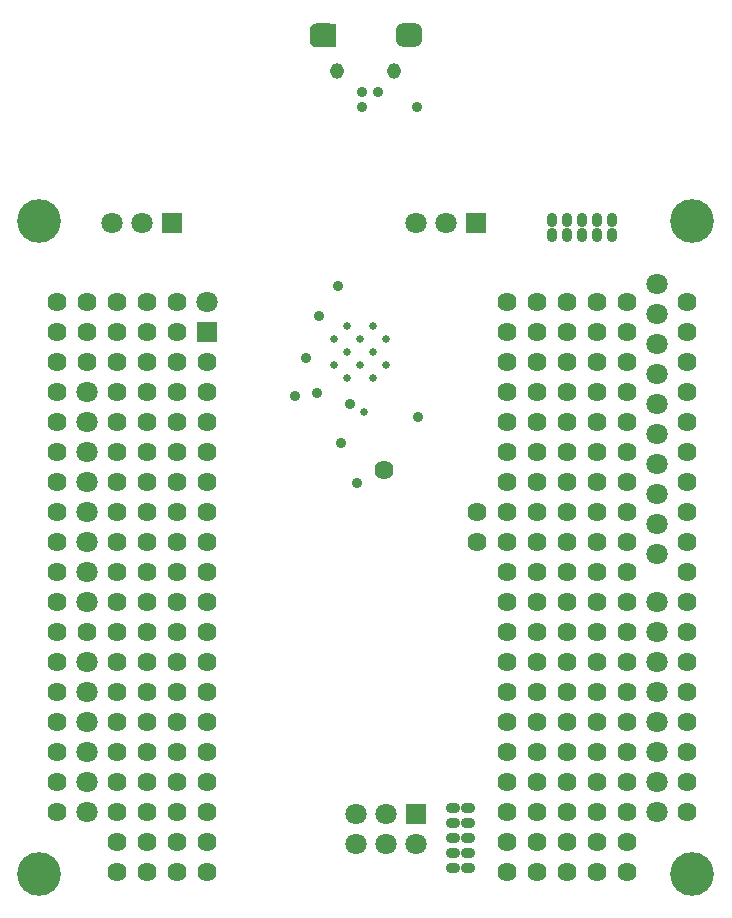
<source format=gbs>
%FSLAX43Y43*%
%MOMM*%
G71*
G01*
G75*
G04 Layer_Color=16711935*
%ADD10C,0.175*%
%ADD11C,0.300*%
%ADD12C,0.175*%
%ADD13C,0.300*%
%ADD14C,0.180*%
%ADD15C,0.220*%
%ADD16C,0.200*%
%ADD17R,1.000X0.950*%
%ADD18C,0.400*%
%ADD19R,0.400X1.350*%
%ADD20R,1.000X2.250*%
%ADD21R,1.150X1.400*%
%ADD22R,0.300X0.850*%
%ADD23R,0.850X0.300*%
%ADD24R,5.200X5.200*%
%ADD25R,2.600X2.600*%
%ADD26R,0.230X0.480*%
%ADD27R,0.480X0.230*%
%ADD28R,1.050X0.650*%
%ADD29R,1.300X0.600*%
%ADD30R,1.200X1.200*%
%ADD31R,1.200X1.350*%
%ADD32R,0.800X0.650*%
%ADD33R,0.500X0.600*%
%ADD34R,0.950X1.000*%
%ADD35R,0.600X0.900*%
%ADD36R,0.900X0.600*%
%ADD37R,0.650X0.800*%
%ADD38C,0.150*%
%ADD39C,0.500*%
%ADD40R,0.900X0.300*%
%ADD41R,1.800X1.900*%
G04:AMPARAMS|DCode=42|XSize=1.05mm|YSize=1.25mm|CornerRadius=0.525mm|HoleSize=0mm|Usage=FLASHONLY|Rotation=180.000|XOffset=0mm|YOffset=0mm|HoleType=Round|Shape=RoundedRectangle|*
%AMROUNDEDRECTD42*
21,1,1.050,0.200,0,0,180.0*
21,1,0.000,1.250,0,0,180.0*
1,1,1.050,0.000,0.100*
1,1,1.050,0.000,0.100*
1,1,1.050,0.000,-0.100*
1,1,1.050,0.000,-0.100*
%
%ADD42ROUNDEDRECTD42*%
G04:AMPARAMS|DCode=43|XSize=2.1mm|YSize=1.9mm|CornerRadius=0.494mm|HoleSize=0mm|Usage=FLASHONLY|Rotation=180.000|XOffset=0mm|YOffset=0mm|HoleType=Round|Shape=RoundedRectangle|*
%AMROUNDEDRECTD43*
21,1,2.100,0.912,0,0,180.0*
21,1,1.112,1.900,0,0,180.0*
1,1,0.988,-0.556,0.456*
1,1,0.988,0.556,0.456*
1,1,0.988,0.556,-0.456*
1,1,0.988,-0.556,-0.456*
%
%ADD43ROUNDEDRECTD43*%
%ADD44R,1.700X1.700*%
%ADD45C,1.700*%
%ADD46R,1.700X1.700*%
%ADD47O,0.800X1.100*%
%ADD48O,1.100X0.800*%
%ADD49C,1.524*%
%ADD50C,3.600*%
%ADD51C,0.550*%
%ADD52C,0.800*%
%ADD53C,1.016*%
%ADD54C,0.100*%
%ADD55R,12.000X12.000*%
%ADD56O,1.250X1.450*%
%ADD57O,1.425X2.100*%
%ADD58C,1.600*%
%ADD59C,1.250*%
G04:AMPARAMS|DCode=60|XSize=2.174mm|YSize=2.174mm|CornerRadius=0mm|HoleSize=0mm|Usage=FLASHONLY|Rotation=0.000|XOffset=0mm|YOffset=0mm|HoleType=Round|Shape=Relief|Width=0.254mm|Gap=0.254mm|Entries=4|*
%AMTHD60*
7,0,0,2.174,1.666,0.254,45*
%
%ADD60THD60*%
G04:AMPARAMS|DCode=61|XSize=2.524mm|YSize=2.524mm|CornerRadius=0mm|HoleSize=0mm|Usage=FLASHONLY|Rotation=0.000|XOffset=0mm|YOffset=0mm|HoleType=Round|Shape=Relief|Width=0.254mm|Gap=0.254mm|Entries=4|*
%AMTHD61*
7,0,0,2.524,2.016,0.254,45*
%
%ADD61THD61*%
%ADD62C,3.300*%
%ADD63C,0.850*%
%ADD64C,1.000*%
%ADD65C,0.254*%
%ADD66C,0.250*%
%ADD67C,1.420*%
%ADD68C,0.100*%
%ADD69C,0.050*%
%ADD70C,0.400*%
%ADD71R,3.248X0.599*%
%ADD72R,2.100X2.100*%
%ADD73O,0.750X1.100*%
%ADD74C,0.600*%
%ADD75O,1.100X0.750*%
%ADD76R,1.300X1.400*%
%ADD77R,0.900X0.510*%
%ADD78R,1.100X1.050*%
%ADD79R,0.500X1.450*%
%ADD80R,1.100X2.350*%
%ADD81R,1.250X1.500*%
%ADD82R,0.400X0.950*%
%ADD83R,0.950X0.400*%
%ADD84R,5.300X5.300*%
%ADD85R,2.700X2.700*%
%ADD86R,0.330X0.580*%
%ADD87R,0.580X0.330*%
%ADD88R,1.150X0.750*%
%ADD89R,1.400X0.700*%
%ADD90R,1.300X1.300*%
%ADD91R,1.300X1.450*%
%ADD92R,0.900X0.750*%
%ADD93R,0.600X0.700*%
%ADD94R,1.050X1.100*%
%ADD95R,0.700X1.000*%
%ADD96R,1.000X0.700*%
%ADD97R,0.750X0.900*%
%ADD98R,1.900X2.000*%
G04:AMPARAMS|DCode=99|XSize=1.15mm|YSize=1.35mm|CornerRadius=0.575mm|HoleSize=0mm|Usage=FLASHONLY|Rotation=180.000|XOffset=0mm|YOffset=0mm|HoleType=Round|Shape=RoundedRectangle|*
%AMROUNDEDRECTD99*
21,1,1.150,0.200,0,0,180.0*
21,1,0.000,1.350,0,0,180.0*
1,1,1.150,0.000,0.100*
1,1,1.150,0.000,0.100*
1,1,1.150,0.000,-0.100*
1,1,1.150,0.000,-0.100*
%
%ADD99ROUNDEDRECTD99*%
G04:AMPARAMS|DCode=100|XSize=2.2mm|YSize=2mm|CornerRadius=0.544mm|HoleSize=0mm|Usage=FLASHONLY|Rotation=180.000|XOffset=0mm|YOffset=0mm|HoleType=Round|Shape=RoundedRectangle|*
%AMROUNDEDRECTD100*
21,1,2.200,0.912,0,0,180.0*
21,1,1.112,2.000,0,0,180.0*
1,1,1.088,-0.556,0.456*
1,1,1.088,0.556,0.456*
1,1,1.088,0.556,-0.456*
1,1,1.088,-0.556,-0.456*
%
%ADD100ROUNDEDRECTD100*%
%ADD101R,1.800X1.800*%
%ADD102C,1.800*%
%ADD103R,1.800X1.800*%
%ADD104O,0.900X1.200*%
%ADD105O,1.200X0.900*%
%ADD106C,1.624*%
%ADD107C,3.700*%
%ADD108C,0.650*%
%ADD109C,0.900*%
G36*
X27410Y74383D02*
X27419Y74380D01*
X27428Y74375D01*
X27436Y74369D01*
X27442Y74362D01*
X27446Y74353D01*
X27449Y74343D01*
X27450Y74334D01*
Y72434D01*
X27449Y72424D01*
X27446Y72414D01*
X27442Y72406D01*
X27436Y72398D01*
X27428Y72392D01*
X27419Y72387D01*
X27410Y72384D01*
X27400Y72383D01*
X25800D01*
X25798Y72384D01*
X25796Y72384D01*
X25748Y72388D01*
X25747Y72388D01*
X25745Y72388D01*
X25692Y72395D01*
X25689Y72396D01*
X25685Y72396D01*
X25632Y72411D01*
X25630Y72412D01*
X25628Y72413D01*
X25585Y72429D01*
X25583Y72430D01*
X25581Y72430D01*
X25539Y72450D01*
X25537Y72452D01*
X25534Y72453D01*
X25490Y72481D01*
X25488Y72483D01*
X25487Y72484D01*
X25449Y72513D01*
X25447Y72514D01*
X25446Y72515D01*
X25407Y72549D01*
X25404Y72552D01*
X25401Y72555D01*
X25372Y72591D01*
X25371Y72592D01*
X25371Y72592D01*
X25343Y72629D01*
X25341Y72632D01*
X25340Y72634D01*
X25316Y72675D01*
X25315Y72677D01*
X25314Y72679D01*
X25294Y72721D01*
X25293Y72723D01*
X25292Y72725D01*
X25276Y72767D01*
X25275Y72770D01*
X25274Y72773D01*
X25262Y72824D01*
X25262Y72826D01*
X25261Y72828D01*
X25254Y72873D01*
X25254Y72875D01*
X25254Y72877D01*
X25250Y72930D01*
X25250Y72932D01*
X25250Y72934D01*
Y73834D01*
X25250Y73835D01*
X25250Y73837D01*
X25254Y73892D01*
X25254Y73895D01*
X25255Y73897D01*
X25263Y73942D01*
X25263Y73944D01*
X25263Y73945D01*
X25275Y73995D01*
X25276Y73999D01*
X25277Y74002D01*
X25293Y74042D01*
X25306Y74075D01*
X25308Y74078D01*
X25310Y74082D01*
X25335Y74125D01*
X25336Y74127D01*
X25337Y74129D01*
X25363Y74166D01*
X25364Y74167D01*
X25365Y74168D01*
X25396Y74206D01*
X25399Y74209D01*
X25401Y74212D01*
X25446Y74253D01*
X25448Y74254D01*
X25450Y74256D01*
X25490Y74286D01*
X25492Y74287D01*
X25493Y74288D01*
X25539Y74317D01*
X25542Y74319D01*
X25545Y74320D01*
X25598Y74344D01*
X25601Y74345D01*
X25605Y74347D01*
X25692Y74373D01*
X25697Y74374D01*
X25701Y74375D01*
X25701Y74375D01*
X25701Y74375D01*
X25701D01*
X25795Y74384D01*
X25798Y74384D01*
X25800Y74384D01*
X27400D01*
X27410Y74383D01*
D02*
G37*
D99*
X27575Y70384D02*
D03*
X32425D02*
D03*
D100*
X33650Y73384D02*
D03*
X26350D02*
D03*
D101*
X16510Y48269D02*
D03*
D102*
X6350Y20329D02*
D03*
Y17789D02*
D03*
Y12709D02*
D03*
Y15249D02*
D03*
Y7629D02*
D03*
Y10169D02*
D03*
X54610Y7629D02*
D03*
Y10169D02*
D03*
Y15249D02*
D03*
Y12709D02*
D03*
Y22869D02*
D03*
Y25409D02*
D03*
Y20329D02*
D03*
Y17789D02*
D03*
Y39633D02*
D03*
Y42173D02*
D03*
Y47253D02*
D03*
Y44713D02*
D03*
Y34553D02*
D03*
Y37093D02*
D03*
Y32013D02*
D03*
Y29473D02*
D03*
Y49793D02*
D03*
Y52333D02*
D03*
X8510Y57509D02*
D03*
X11050D02*
D03*
X16510Y50809D02*
D03*
X34240Y4949D02*
D03*
X31700D02*
D03*
X29160D02*
D03*
X31700Y7489D02*
D03*
X29160D02*
D03*
X6350Y43189D02*
D03*
Y40649D02*
D03*
Y35569D02*
D03*
Y38109D02*
D03*
Y27949D02*
D03*
Y25409D02*
D03*
Y30489D02*
D03*
Y33029D02*
D03*
X34235Y57509D02*
D03*
X36775D02*
D03*
D103*
X13590Y57509D02*
D03*
X34240Y7489D02*
D03*
X39315Y57509D02*
D03*
D104*
X50800Y56524D02*
D03*
Y57794D02*
D03*
X45720D02*
D03*
X46990D02*
D03*
X48260D02*
D03*
X49530D02*
D03*
Y56524D02*
D03*
X48260D02*
D03*
X46990D02*
D03*
X45720D02*
D03*
D105*
X37365Y7999D02*
D03*
Y6729D02*
D03*
Y5459D02*
D03*
Y4189D02*
D03*
X38635D02*
D03*
Y5459D02*
D03*
Y6729D02*
D03*
Y7999D02*
D03*
Y2919D02*
D03*
X37365D02*
D03*
D106*
X31500Y36559D02*
D03*
X39370Y30489D02*
D03*
Y33029D02*
D03*
X16510Y2549D02*
D03*
Y5089D02*
D03*
X13970Y2549D02*
D03*
Y5089D02*
D03*
X8890Y2549D02*
D03*
X11430Y5089D02*
D03*
Y2549D02*
D03*
X8890Y5089D02*
D03*
X44450D02*
D03*
X46990D02*
D03*
X49530D02*
D03*
X52070D02*
D03*
Y2549D02*
D03*
X49530D02*
D03*
X46990D02*
D03*
X44450D02*
D03*
X41910D02*
D03*
Y5089D02*
D03*
Y50809D02*
D03*
Y40649D02*
D03*
Y43189D02*
D03*
Y45729D02*
D03*
Y48269D02*
D03*
Y30489D02*
D03*
Y33029D02*
D03*
Y35569D02*
D03*
Y38109D02*
D03*
Y20329D02*
D03*
Y22869D02*
D03*
Y25409D02*
D03*
Y27949D02*
D03*
Y17789D02*
D03*
Y15249D02*
D03*
Y12709D02*
D03*
Y10169D02*
D03*
Y7629D02*
D03*
X44450D02*
D03*
X46990D02*
D03*
X49530D02*
D03*
X52070D02*
D03*
Y10169D02*
D03*
X49530D02*
D03*
X46990D02*
D03*
X44450D02*
D03*
X52070Y12709D02*
D03*
X49530D02*
D03*
X46990D02*
D03*
X44450D02*
D03*
X52070Y15249D02*
D03*
X49530D02*
D03*
X46990D02*
D03*
X44450D02*
D03*
X52070Y17789D02*
D03*
X49530D02*
D03*
X46990D02*
D03*
X44450D02*
D03*
Y27949D02*
D03*
X46990D02*
D03*
X49530D02*
D03*
X52070D02*
D03*
X44450Y25409D02*
D03*
X46990D02*
D03*
X49530D02*
D03*
X52070D02*
D03*
X44450Y22869D02*
D03*
X46990D02*
D03*
X49530D02*
D03*
X52070D02*
D03*
X44450Y20329D02*
D03*
X46990D02*
D03*
X49530D02*
D03*
X52070D02*
D03*
X44450Y38109D02*
D03*
X46990D02*
D03*
X49530D02*
D03*
X52070D02*
D03*
X44450Y35569D02*
D03*
X46990D02*
D03*
X49530D02*
D03*
X52070D02*
D03*
X44450Y33029D02*
D03*
X46990D02*
D03*
X49530D02*
D03*
X52070D02*
D03*
X44450Y30489D02*
D03*
X46990D02*
D03*
X49530D02*
D03*
X52070D02*
D03*
X44450Y48269D02*
D03*
X46990D02*
D03*
X49530D02*
D03*
X52070D02*
D03*
X44450Y45729D02*
D03*
X46990D02*
D03*
X49530D02*
D03*
X52070D02*
D03*
X44450Y43189D02*
D03*
X46990D02*
D03*
X49530D02*
D03*
X52070D02*
D03*
X44450Y40649D02*
D03*
X46990D02*
D03*
X49530D02*
D03*
X52070D02*
D03*
Y50809D02*
D03*
X49530D02*
D03*
X46990D02*
D03*
X44450D02*
D03*
X3810Y7629D02*
D03*
Y10169D02*
D03*
Y12709D02*
D03*
Y15249D02*
D03*
Y17789D02*
D03*
Y27949D02*
D03*
Y25409D02*
D03*
Y22869D02*
D03*
Y20329D02*
D03*
Y38109D02*
D03*
Y35569D02*
D03*
Y33029D02*
D03*
Y30489D02*
D03*
Y48269D02*
D03*
Y45729D02*
D03*
Y43189D02*
D03*
Y40649D02*
D03*
Y50809D02*
D03*
X6350D02*
D03*
Y48269D02*
D03*
X8890Y10169D02*
D03*
Y15249D02*
D03*
Y17789D02*
D03*
Y27949D02*
D03*
Y25409D02*
D03*
Y22869D02*
D03*
Y20329D02*
D03*
Y38109D02*
D03*
Y35569D02*
D03*
Y33029D02*
D03*
Y30489D02*
D03*
Y48269D02*
D03*
Y45729D02*
D03*
Y43189D02*
D03*
Y40649D02*
D03*
Y50809D02*
D03*
X11430Y7629D02*
D03*
Y10169D02*
D03*
Y12709D02*
D03*
Y15249D02*
D03*
Y17789D02*
D03*
Y27949D02*
D03*
Y25409D02*
D03*
Y22869D02*
D03*
Y20329D02*
D03*
Y38109D02*
D03*
Y35569D02*
D03*
Y33029D02*
D03*
Y30489D02*
D03*
Y48269D02*
D03*
Y45729D02*
D03*
Y43189D02*
D03*
Y40649D02*
D03*
Y50809D02*
D03*
X57150Y7629D02*
D03*
Y10169D02*
D03*
Y12709D02*
D03*
Y15249D02*
D03*
Y17789D02*
D03*
Y27949D02*
D03*
Y25409D02*
D03*
Y22869D02*
D03*
Y20329D02*
D03*
Y38109D02*
D03*
Y35569D02*
D03*
Y33029D02*
D03*
Y30489D02*
D03*
Y48269D02*
D03*
Y45729D02*
D03*
Y43189D02*
D03*
Y40649D02*
D03*
Y50809D02*
D03*
X8890Y7629D02*
D03*
Y12709D02*
D03*
X6350Y45729D02*
D03*
Y22869D02*
D03*
X13970Y50809D02*
D03*
Y40649D02*
D03*
Y43189D02*
D03*
Y45729D02*
D03*
Y48269D02*
D03*
Y30489D02*
D03*
Y33029D02*
D03*
Y35569D02*
D03*
Y38109D02*
D03*
Y20329D02*
D03*
Y22869D02*
D03*
Y25409D02*
D03*
Y27949D02*
D03*
Y17789D02*
D03*
Y15249D02*
D03*
Y12709D02*
D03*
Y10169D02*
D03*
Y7629D02*
D03*
X16510Y45729D02*
D03*
Y35569D02*
D03*
Y38109D02*
D03*
Y40649D02*
D03*
Y43189D02*
D03*
Y25409D02*
D03*
Y27949D02*
D03*
Y30489D02*
D03*
Y33029D02*
D03*
Y15249D02*
D03*
Y17789D02*
D03*
Y20329D02*
D03*
Y22869D02*
D03*
Y12709D02*
D03*
Y10169D02*
D03*
Y7629D02*
D03*
D107*
X2350Y57659D02*
D03*
X57650D02*
D03*
X2350Y2359D02*
D03*
X57650D02*
D03*
D108*
X31700Y45509D02*
D03*
X30600Y48809D02*
D03*
Y46609D02*
D03*
Y44409D02*
D03*
X29500Y47709D02*
D03*
Y45509D02*
D03*
X28400Y48809D02*
D03*
Y46609D02*
D03*
Y44409D02*
D03*
X27300Y47709D02*
D03*
Y45509D02*
D03*
X31700Y47709D02*
D03*
X29850Y41509D02*
D03*
D109*
X29650Y67339D02*
D03*
X29275Y35454D02*
D03*
X34350Y67284D02*
D03*
X29650Y68609D02*
D03*
X31000D02*
D03*
X27878Y38834D02*
D03*
X27648Y52175D02*
D03*
X26075Y49648D02*
D03*
X28700Y42209D02*
D03*
X24926Y46036D02*
D03*
X25850Y43134D02*
D03*
X23975Y42884D02*
D03*
X34381Y41053D02*
D03*
M02*

</source>
